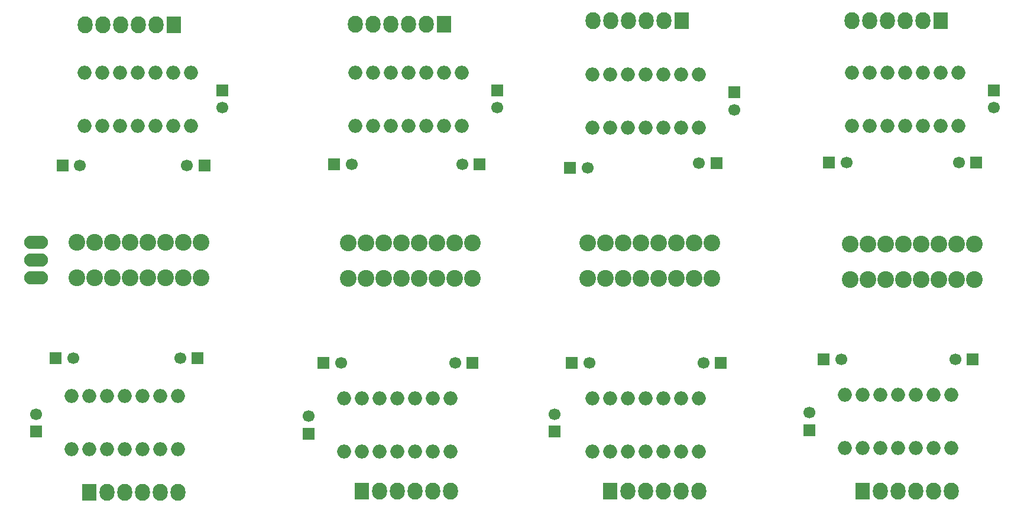
<source format=gbs>
G04 #@! TF.FileFunction,Soldermask,Bot*
%FSLAX46Y46*%
G04 Gerber Fmt 4.6, Leading zero omitted, Abs format (unit mm)*
G04 Created by KiCad (PCBNEW 4.0.0-stable) date 3/20/2016 3:51:15 PM*
%MOMM*%
G01*
G04 APERTURE LIST*
%ADD10C,0.100000*%
%ADD11O,2.000000X2.000000*%
%ADD12R,1.700000X1.700000*%
%ADD13C,1.700000*%
%ADD14R,2.127200X2.432000*%
%ADD15O,2.127200X2.432000*%
%ADD16C,2.400000*%
%ADD17O,3.414980X1.906220*%
G04 APERTURE END LIST*
D10*
D11*
X66357500Y-62547500D03*
X63817500Y-62547500D03*
X61277500Y-62547500D03*
X58737500Y-62547500D03*
X56197500Y-62547500D03*
X53657500Y-62547500D03*
X51117500Y-62547500D03*
X51117500Y-70167500D03*
X53657500Y-70167500D03*
X56197500Y-70167500D03*
X58737500Y-70167500D03*
X61277500Y-70167500D03*
X63817500Y-70167500D03*
X66357500Y-70167500D03*
D12*
X70802500Y-65087500D03*
D13*
X70802500Y-67587500D03*
D12*
X110172500Y-65087500D03*
D13*
X110172500Y-67587500D03*
D12*
X144145000Y-65405000D03*
D13*
X144145000Y-67905000D03*
D12*
X181292500Y-65087500D03*
D13*
X181292500Y-67587500D03*
D12*
X44132500Y-113982500D03*
D13*
X44132500Y-111482500D03*
D12*
X83185000Y-114300000D03*
D13*
X83185000Y-111800000D03*
D12*
X118427500Y-113982500D03*
D13*
X118427500Y-111482500D03*
D12*
X154940000Y-113792000D03*
D13*
X154940000Y-111292000D03*
D11*
X160020000Y-116332000D03*
X162560000Y-116332000D03*
X165100000Y-116332000D03*
X167640000Y-116332000D03*
X170180000Y-116332000D03*
X172720000Y-116332000D03*
X175260000Y-116332000D03*
X175260000Y-108712000D03*
X172720000Y-108712000D03*
X170180000Y-108712000D03*
X167640000Y-108712000D03*
X165100000Y-108712000D03*
X162560000Y-108712000D03*
X160020000Y-108712000D03*
X123825000Y-116840000D03*
X126365000Y-116840000D03*
X128905000Y-116840000D03*
X131445000Y-116840000D03*
X133985000Y-116840000D03*
X136525000Y-116840000D03*
X139065000Y-116840000D03*
X139065000Y-109220000D03*
X136525000Y-109220000D03*
X133985000Y-109220000D03*
X131445000Y-109220000D03*
X128905000Y-109220000D03*
X126365000Y-109220000D03*
X123825000Y-109220000D03*
X88265000Y-116840000D03*
X90805000Y-116840000D03*
X93345000Y-116840000D03*
X95885000Y-116840000D03*
X98425000Y-116840000D03*
X100965000Y-116840000D03*
X103505000Y-116840000D03*
X103505000Y-109220000D03*
X100965000Y-109220000D03*
X98425000Y-109220000D03*
X95885000Y-109220000D03*
X93345000Y-109220000D03*
X90805000Y-109220000D03*
X88265000Y-109220000D03*
X49212500Y-116522500D03*
X51752500Y-116522500D03*
X54292500Y-116522500D03*
X56832500Y-116522500D03*
X59372500Y-116522500D03*
X61912500Y-116522500D03*
X64452500Y-116522500D03*
X64452500Y-108902500D03*
X61912500Y-108902500D03*
X59372500Y-108902500D03*
X56832500Y-108902500D03*
X54292500Y-108902500D03*
X51752500Y-108902500D03*
X49212500Y-108902500D03*
X176212500Y-62547500D03*
X173672500Y-62547500D03*
X171132500Y-62547500D03*
X168592500Y-62547500D03*
X166052500Y-62547500D03*
X163512500Y-62547500D03*
X160972500Y-62547500D03*
X160972500Y-70167500D03*
X163512500Y-70167500D03*
X166052500Y-70167500D03*
X168592500Y-70167500D03*
X171132500Y-70167500D03*
X173672500Y-70167500D03*
X176212500Y-70167500D03*
X139065000Y-62865000D03*
X136525000Y-62865000D03*
X133985000Y-62865000D03*
X131445000Y-62865000D03*
X128905000Y-62865000D03*
X126365000Y-62865000D03*
X123825000Y-62865000D03*
X123825000Y-70485000D03*
X126365000Y-70485000D03*
X128905000Y-70485000D03*
X131445000Y-70485000D03*
X133985000Y-70485000D03*
X136525000Y-70485000D03*
X139065000Y-70485000D03*
X105092500Y-62547500D03*
X102552500Y-62547500D03*
X100012500Y-62547500D03*
X97472500Y-62547500D03*
X94932500Y-62547500D03*
X92392500Y-62547500D03*
X89852500Y-62547500D03*
X89852500Y-70167500D03*
X92392500Y-70167500D03*
X94932500Y-70167500D03*
X97472500Y-70167500D03*
X100012500Y-70167500D03*
X102552500Y-70167500D03*
X105092500Y-70167500D03*
D12*
X47942500Y-75882500D03*
D13*
X50442500Y-75882500D03*
D12*
X68262500Y-75882500D03*
D13*
X65762500Y-75882500D03*
D12*
X86868000Y-75692000D03*
D13*
X89368000Y-75692000D03*
D12*
X107696000Y-75692000D03*
D13*
X105196000Y-75692000D03*
D12*
X120650000Y-76200000D03*
D13*
X123150000Y-76200000D03*
D12*
X141605000Y-75565000D03*
D13*
X139105000Y-75565000D03*
D12*
X157734000Y-75438000D03*
D13*
X160234000Y-75438000D03*
D12*
X178816000Y-75438000D03*
D13*
X176316000Y-75438000D03*
D12*
X67310000Y-103505000D03*
D13*
X64810000Y-103505000D03*
D12*
X46990000Y-103505000D03*
D13*
X49490000Y-103505000D03*
D12*
X106680000Y-104140000D03*
D13*
X104180000Y-104140000D03*
D12*
X85344000Y-104140000D03*
D13*
X87844000Y-104140000D03*
D12*
X142240000Y-104140000D03*
D13*
X139740000Y-104140000D03*
D12*
X120904000Y-104140000D03*
D13*
X123404000Y-104140000D03*
D12*
X178308000Y-103632000D03*
D13*
X175808000Y-103632000D03*
D12*
X156972000Y-103632000D03*
D13*
X159472000Y-103632000D03*
D14*
X63881000Y-55753000D03*
D15*
X61341000Y-55753000D03*
X58801000Y-55753000D03*
X56261000Y-55753000D03*
X53721000Y-55753000D03*
X51181000Y-55753000D03*
D14*
X102616000Y-55626000D03*
D15*
X100076000Y-55626000D03*
X97536000Y-55626000D03*
X94996000Y-55626000D03*
X92456000Y-55626000D03*
X89916000Y-55626000D03*
D14*
X136652000Y-55118000D03*
D15*
X134112000Y-55118000D03*
X131572000Y-55118000D03*
X129032000Y-55118000D03*
X126492000Y-55118000D03*
X123952000Y-55118000D03*
D14*
X173736000Y-55118000D03*
D15*
X171196000Y-55118000D03*
X168656000Y-55118000D03*
X166116000Y-55118000D03*
X163576000Y-55118000D03*
X161036000Y-55118000D03*
D14*
X51765200Y-122682000D03*
D15*
X54305200Y-122682000D03*
X56845200Y-122682000D03*
X59385200Y-122682000D03*
X61925200Y-122682000D03*
X64465200Y-122682000D03*
D14*
X90805000Y-122555000D03*
D15*
X93345000Y-122555000D03*
X95885000Y-122555000D03*
X98425000Y-122555000D03*
X100965000Y-122555000D03*
X103505000Y-122555000D03*
D14*
X126365000Y-122555000D03*
D15*
X128905000Y-122555000D03*
X131445000Y-122555000D03*
X133985000Y-122555000D03*
X136525000Y-122555000D03*
X139065000Y-122555000D03*
D14*
X162560000Y-122555000D03*
D15*
X165100000Y-122555000D03*
X167640000Y-122555000D03*
X170180000Y-122555000D03*
X172720000Y-122555000D03*
X175260000Y-122555000D03*
D16*
X178562000Y-87122000D03*
X176022000Y-87122000D03*
X173482000Y-87122000D03*
X170942000Y-87122000D03*
X168402000Y-87122000D03*
X165862000Y-87122000D03*
X163322000Y-87122000D03*
X160782000Y-87122000D03*
X160782000Y-87122000D03*
X163322000Y-87122000D03*
X165862000Y-87122000D03*
X168402000Y-87122000D03*
X170942000Y-87122000D03*
X173482000Y-87122000D03*
X176022000Y-87122000D03*
X178562000Y-87122000D03*
X178562000Y-92202000D03*
X176022000Y-92202000D03*
X173482000Y-92202000D03*
X170942000Y-92202000D03*
X168402000Y-92202000D03*
X165862000Y-92202000D03*
X163322000Y-92202000D03*
X160782000Y-92202000D03*
X160782000Y-92202000D03*
X163322000Y-92202000D03*
X165862000Y-92202000D03*
X168402000Y-92202000D03*
X170942000Y-92202000D03*
X173482000Y-92202000D03*
X176022000Y-92202000D03*
X178562000Y-92202000D03*
X140970000Y-86995000D03*
X138430000Y-86995000D03*
X135890000Y-86995000D03*
X133350000Y-86995000D03*
X130810000Y-86995000D03*
X128270000Y-86995000D03*
X125730000Y-86995000D03*
X123190000Y-86995000D03*
X123190000Y-86995000D03*
X125730000Y-86995000D03*
X128270000Y-86995000D03*
X130810000Y-86995000D03*
X133350000Y-86995000D03*
X135890000Y-86995000D03*
X138430000Y-86995000D03*
X140970000Y-86995000D03*
X140970000Y-92075000D03*
X138430000Y-92075000D03*
X135890000Y-92075000D03*
X133350000Y-92075000D03*
X130810000Y-92075000D03*
X128270000Y-92075000D03*
X125730000Y-92075000D03*
X123190000Y-92075000D03*
X123190000Y-92075000D03*
X125730000Y-92075000D03*
X128270000Y-92075000D03*
X130810000Y-92075000D03*
X133350000Y-92075000D03*
X135890000Y-92075000D03*
X138430000Y-92075000D03*
X140970000Y-92075000D03*
X106680000Y-86995000D03*
X104140000Y-86995000D03*
X101600000Y-86995000D03*
X99060000Y-86995000D03*
X96520000Y-86995000D03*
X93980000Y-86995000D03*
X91440000Y-86995000D03*
X88900000Y-86995000D03*
X88900000Y-86995000D03*
X91440000Y-86995000D03*
X93980000Y-86995000D03*
X96520000Y-86995000D03*
X99060000Y-86995000D03*
X101600000Y-86995000D03*
X104140000Y-86995000D03*
X106680000Y-86995000D03*
X106680000Y-92075000D03*
X104140000Y-92075000D03*
X101600000Y-92075000D03*
X99060000Y-92075000D03*
X96520000Y-92075000D03*
X93980000Y-92075000D03*
X91440000Y-92075000D03*
X88900000Y-92075000D03*
X88900000Y-92075000D03*
X91440000Y-92075000D03*
X93980000Y-92075000D03*
X96520000Y-92075000D03*
X99060000Y-92075000D03*
X101600000Y-92075000D03*
X104140000Y-92075000D03*
X106680000Y-92075000D03*
X67818000Y-86868000D03*
X65278000Y-86868000D03*
X62738000Y-86868000D03*
X60198000Y-86868000D03*
X57658000Y-86868000D03*
X55118000Y-86868000D03*
X52578000Y-86868000D03*
X50038000Y-86868000D03*
X50038000Y-86868000D03*
X52578000Y-86868000D03*
X55118000Y-86868000D03*
X57658000Y-86868000D03*
X60198000Y-86868000D03*
X62738000Y-86868000D03*
X65278000Y-86868000D03*
X67818000Y-86868000D03*
X67818000Y-91948000D03*
X65278000Y-91948000D03*
X62738000Y-91948000D03*
X60198000Y-91948000D03*
X57658000Y-91948000D03*
X55118000Y-91948000D03*
X52578000Y-91948000D03*
X50038000Y-91948000D03*
X50038000Y-91948000D03*
X52578000Y-91948000D03*
X55118000Y-91948000D03*
X57658000Y-91948000D03*
X60198000Y-91948000D03*
X62738000Y-91948000D03*
X65278000Y-91948000D03*
X67818000Y-91948000D03*
D17*
X44196000Y-91948000D03*
X44196000Y-89408000D03*
X44196000Y-86868000D03*
M02*

</source>
